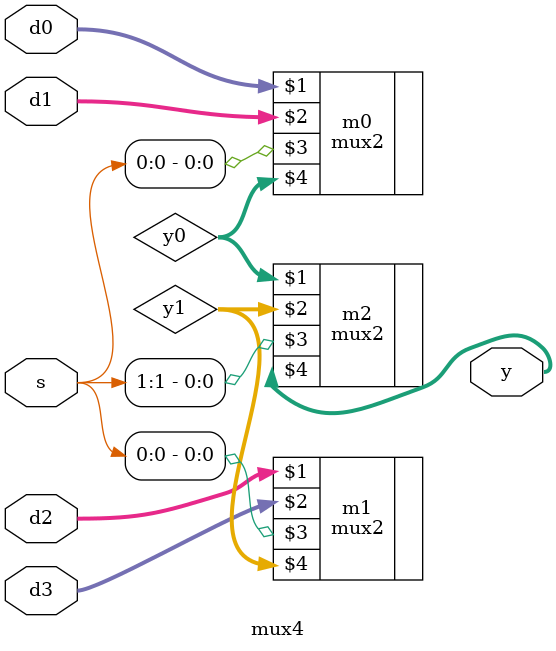
<source format=sv>
module mux4 	#(parameter WIDTH=8) 
		(input logic [WIDTH-1:0] d0, d1, d2, d3,
		input logic [1:0] s,
		output logic [WIDTH-1:0] y);
	logic [WIDTH-1:0] y0, y1;
	mux2 #(32)	m0( d0, d1, s[0], y0);
	mux2 #(32)	m1( d2, d3, s[0], y1);
	mux2 #(32)	m2( y0, y1, s[1], y);
endmodule

</source>
